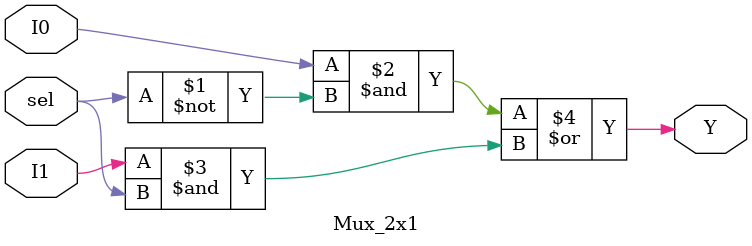
<source format=v>
`timescale 1ns / 1ps

module Mux_2x1(
    input I1 , I0 ,
    input sel ,
    
    output Y
    
    );
    
    assign  Y  = (I0 & ~sel) | (I1 & sel) ; 
    
endmodule

</source>
